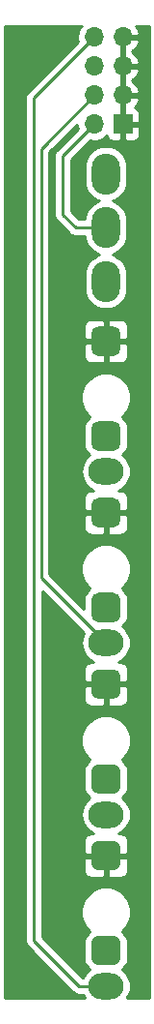
<source format=gbr>
%TF.GenerationSoftware,KiCad,Pcbnew,(5.1.12-1-10_14)*%
%TF.CreationDate,2021-12-28T18:28:33+00:00*%
%TF.ProjectId,pocket-operator-eurorack-connector-board,706f636b-6574-42d6-9f70-657261746f72,rev?*%
%TF.SameCoordinates,Original*%
%TF.FileFunction,Copper,L1,Top*%
%TF.FilePolarity,Positive*%
%FSLAX46Y46*%
G04 Gerber Fmt 4.6, Leading zero omitted, Abs format (unit mm)*
G04 Created by KiCad (PCBNEW (5.1.12-1-10_14)) date 2021-12-28 18:28:33*
%MOMM*%
%LPD*%
G01*
G04 APERTURE LIST*
%TA.AperFunction,ComponentPad*%
%ADD10O,2.500000X3.600000*%
%TD*%
%TA.AperFunction,ComponentPad*%
%ADD11O,3.100000X2.300000*%
%TD*%
%TA.AperFunction,ComponentPad*%
%ADD12R,1.700000X1.700000*%
%TD*%
%TA.AperFunction,ComponentPad*%
%ADD13O,1.700000X1.700000*%
%TD*%
%TA.AperFunction,ViaPad*%
%ADD14C,0.800000*%
%TD*%
%TA.AperFunction,Conductor*%
%ADD15C,0.250000*%
%TD*%
%TA.AperFunction,Conductor*%
%ADD16C,0.254000*%
%TD*%
%TA.AperFunction,Conductor*%
%ADD17C,0.100000*%
%TD*%
G04 APERTURE END LIST*
D10*
%TO.P,SW1,3*%
%TO.N,Net-(SW1-Pad3)*%
X0Y-29338000D03*
%TO.P,SW1,2*%
%TO.N,/IN_L*%
X0Y-24638000D03*
%TO.P,SW1,1*%
%TO.N,Net-(J2-PadS)*%
X0Y-19938000D03*
%TD*%
%TO.P,J5,TN*%
%TO.N,Net-(J5-PadTN)*%
%TA.AperFunction,ComponentPad*%
G36*
G01*
X-1300000Y-88530000D02*
X-1300000Y-87230000D01*
G75*
G02*
X-650000Y-86580000I650000J0D01*
G01*
X650000Y-86580000D01*
G75*
G02*
X1300000Y-87230000I0J-650000D01*
G01*
X1300000Y-88530000D01*
G75*
G02*
X650000Y-89180000I-650000J0D01*
G01*
X-650000Y-89180000D01*
G75*
G02*
X-1300000Y-88530000I0J650000D01*
G01*
G37*
%TD.AperFunction*%
D11*
%TO.P,J5,S*%
%TO.N,/OUT_R*%
X0Y-90980000D03*
%TO.P,J5,T*%
%TO.N,GND*%
%TA.AperFunction,ComponentPad*%
G36*
G01*
X-1300000Y-80230000D02*
X-1300000Y-78930000D01*
G75*
G02*
X-650000Y-78280000I650000J0D01*
G01*
X650000Y-78280000D01*
G75*
G02*
X1300000Y-78930000I0J-650000D01*
G01*
X1300000Y-80230000D01*
G75*
G02*
X650000Y-80880000I-650000J0D01*
G01*
X-650000Y-80880000D01*
G75*
G02*
X-1300000Y-80230000I0J650000D01*
G01*
G37*
%TD.AperFunction*%
%TD*%
%TO.P,J4,TN*%
%TO.N,Net-(J4-PadTN)*%
%TA.AperFunction,ComponentPad*%
G36*
G01*
X-1300000Y-73530000D02*
X-1300000Y-72230000D01*
G75*
G02*
X-650000Y-71580000I650000J0D01*
G01*
X650000Y-71580000D01*
G75*
G02*
X1300000Y-72230000I0J-650000D01*
G01*
X1300000Y-73530000D01*
G75*
G02*
X650000Y-74180000I-650000J0D01*
G01*
X-650000Y-74180000D01*
G75*
G02*
X-1300000Y-73530000I0J650000D01*
G01*
G37*
%TD.AperFunction*%
%TO.P,J4,S*%
%TO.N,/OUT_L*%
X0Y-75980000D03*
%TO.P,J4,T*%
%TO.N,GND*%
%TA.AperFunction,ComponentPad*%
G36*
G01*
X-1300000Y-65230000D02*
X-1300000Y-63930000D01*
G75*
G02*
X-650000Y-63280000I650000J0D01*
G01*
X650000Y-63280000D01*
G75*
G02*
X1300000Y-63930000I0J-650000D01*
G01*
X1300000Y-65230000D01*
G75*
G02*
X650000Y-65880000I-650000J0D01*
G01*
X-650000Y-65880000D01*
G75*
G02*
X-1300000Y-65230000I0J650000D01*
G01*
G37*
%TD.AperFunction*%
%TD*%
%TO.P,J3,TN*%
%TO.N,Net-(J3-PadTN)*%
%TA.AperFunction,ComponentPad*%
G36*
G01*
X-1300000Y-58530000D02*
X-1300000Y-57230000D01*
G75*
G02*
X-650000Y-56580000I650000J0D01*
G01*
X650000Y-56580000D01*
G75*
G02*
X1300000Y-57230000I0J-650000D01*
G01*
X1300000Y-58530000D01*
G75*
G02*
X650000Y-59180000I-650000J0D01*
G01*
X-650000Y-59180000D01*
G75*
G02*
X-1300000Y-58530000I0J650000D01*
G01*
G37*
%TD.AperFunction*%
%TO.P,J3,S*%
%TO.N,/IN_R*%
X0Y-60980000D03*
%TO.P,J3,T*%
%TO.N,GND*%
%TA.AperFunction,ComponentPad*%
G36*
G01*
X-1300000Y-50230000D02*
X-1300000Y-48930000D01*
G75*
G02*
X-650000Y-48280000I650000J0D01*
G01*
X650000Y-48280000D01*
G75*
G02*
X1300000Y-48930000I0J-650000D01*
G01*
X1300000Y-50230000D01*
G75*
G02*
X650000Y-50880000I-650000J0D01*
G01*
X-650000Y-50880000D01*
G75*
G02*
X-1300000Y-50230000I0J650000D01*
G01*
G37*
%TD.AperFunction*%
%TD*%
D12*
%TO.P,J1,1*%
%TO.N,GND*%
X1510000Y-15600000D03*
D13*
%TO.P,J1,2*%
%TO.N,/IN_L*%
X-1030000Y-15600000D03*
%TO.P,J1,3*%
%TO.N,GND*%
X1510000Y-13060000D03*
%TO.P,J1,4*%
%TO.N,/IN_R*%
X-1030000Y-13060000D03*
%TO.P,J1,5*%
%TO.N,GND*%
X1510000Y-10520000D03*
%TO.P,J1,6*%
%TO.N,/OUT_L*%
X-1030000Y-10520000D03*
%TO.P,J1,7*%
%TO.N,GND*%
X1510000Y-7980000D03*
%TO.P,J1,8*%
%TO.N,/OUT_R*%
X-1030000Y-7980000D03*
%TD*%
%TO.P,J2,T*%
%TO.N,GND*%
%TA.AperFunction,ComponentPad*%
G36*
G01*
X-1300000Y-35230000D02*
X-1300000Y-33930000D01*
G75*
G02*
X-650000Y-33280000I650000J0D01*
G01*
X650000Y-33280000D01*
G75*
G02*
X1300000Y-33930000I0J-650000D01*
G01*
X1300000Y-35230000D01*
G75*
G02*
X650000Y-35880000I-650000J0D01*
G01*
X-650000Y-35880000D01*
G75*
G02*
X-1300000Y-35230000I0J650000D01*
G01*
G37*
%TD.AperFunction*%
D11*
%TO.P,J2,S*%
%TO.N,Net-(J2-PadS)*%
X0Y-45980000D03*
%TO.P,J2,TN*%
%TO.N,Net-(J2-PadTN)*%
%TA.AperFunction,ComponentPad*%
G36*
G01*
X-1300000Y-43530000D02*
X-1300000Y-42230000D01*
G75*
G02*
X-650000Y-41580000I650000J0D01*
G01*
X650000Y-41580000D01*
G75*
G02*
X1300000Y-42230000I0J-650000D01*
G01*
X1300000Y-43530000D01*
G75*
G02*
X650000Y-44180000I-650000J0D01*
G01*
X-650000Y-44180000D01*
G75*
G02*
X-1300000Y-43530000I0J650000D01*
G01*
G37*
%TD.AperFunction*%
%TD*%
D14*
%TO.N,GND*%
X-7620000Y-8890000D03*
X-5080000Y-8890000D03*
X-7620000Y-11430000D03*
X-2540000Y-27940000D03*
X-6350000Y-90170000D03*
X-5080000Y-82550000D03*
X-8255000Y-81280000D03*
X-8255000Y-76835000D03*
X-8255000Y-70485000D03*
X-8255000Y-65405000D03*
X-8255000Y-59690000D03*
X-8255000Y-54610000D03*
X-8255000Y-50165000D03*
X-8255000Y-44450000D03*
X-8255000Y-39370000D03*
X-8255000Y-32385000D03*
X-8255000Y-26670000D03*
X-8255000Y-21590000D03*
X-8255000Y-16510000D03*
%TD*%
D15*
%TO.N,/IN_L*%
X-1030000Y-15600000D02*
X-3810000Y-18380000D01*
X-3810000Y-18380000D02*
X-3810000Y-23495000D01*
X-2667000Y-24638000D02*
X0Y-24638000D01*
X-3810000Y-23495000D02*
X-2667000Y-24638000D01*
%TO.N,/IN_R*%
X-1030000Y-13060000D02*
X-5715000Y-17745000D01*
X-5715000Y-55265000D02*
X0Y-60980000D01*
X-5715000Y-17745000D02*
X-5715000Y-55265000D01*
%TO.N,/OUT_R*%
X-6350000Y-86995000D02*
X-2365000Y-90980000D01*
X-6350000Y-13300000D02*
X-6350000Y-86995000D01*
X-2365000Y-90980000D02*
X0Y-90980000D01*
X-1030000Y-7980000D02*
X-6350000Y-13300000D01*
%TD*%
D16*
%TO.N,GND*%
X3785001Y-92050000D02*
X1831027Y-92050000D01*
X1891354Y-91976491D01*
X2057104Y-91666395D01*
X2159172Y-91329921D01*
X2193636Y-90980000D01*
X2159172Y-90630079D01*
X2057104Y-90293605D01*
X1891354Y-89983509D01*
X1668292Y-89711708D01*
X1449500Y-89532149D01*
X1560804Y-89440804D01*
X1720993Y-89245614D01*
X1840023Y-89022924D01*
X1913322Y-88781290D01*
X1938072Y-88530000D01*
X1938072Y-87230000D01*
X1913322Y-86978710D01*
X1840023Y-86737076D01*
X1720993Y-86514386D01*
X1560804Y-86319196D01*
X1408003Y-86193795D01*
X1703649Y-85898149D01*
X1943680Y-85538918D01*
X2109015Y-85139763D01*
X2193303Y-84716021D01*
X2193303Y-84283979D01*
X2109015Y-83860237D01*
X1943680Y-83461082D01*
X1703649Y-83101851D01*
X1398149Y-82796351D01*
X1038918Y-82556320D01*
X639763Y-82390985D01*
X216021Y-82306697D01*
X-216021Y-82306697D01*
X-639763Y-82390985D01*
X-1038918Y-82556320D01*
X-1398149Y-82796351D01*
X-1703649Y-83101851D01*
X-1943680Y-83461082D01*
X-2109015Y-83860237D01*
X-2193303Y-84283979D01*
X-2193303Y-84716021D01*
X-2109015Y-85139763D01*
X-1943680Y-85538918D01*
X-1703649Y-85898149D01*
X-1408003Y-86193795D01*
X-1560804Y-86319196D01*
X-1720993Y-86514386D01*
X-1840023Y-86737076D01*
X-1913322Y-86978710D01*
X-1938072Y-87230000D01*
X-1938072Y-88530000D01*
X-1913322Y-88781290D01*
X-1840023Y-89022924D01*
X-1720993Y-89245614D01*
X-1560804Y-89440804D01*
X-1449500Y-89532149D01*
X-1668292Y-89711708D01*
X-1891354Y-89983509D01*
X-2017761Y-90220000D01*
X-2050198Y-90220000D01*
X-5590000Y-86680199D01*
X-5590000Y-80880000D01*
X-1938072Y-80880000D01*
X-1925812Y-81004482D01*
X-1889502Y-81124180D01*
X-1830537Y-81234494D01*
X-1751185Y-81331185D01*
X-1654494Y-81410537D01*
X-1544180Y-81469502D01*
X-1424482Y-81505812D01*
X-1300000Y-81518072D01*
X-285750Y-81515000D01*
X-127000Y-81356250D01*
X-127000Y-79707000D01*
X127000Y-79707000D01*
X127000Y-81356250D01*
X285750Y-81515000D01*
X1300000Y-81518072D01*
X1424482Y-81505812D01*
X1544180Y-81469502D01*
X1654494Y-81410537D01*
X1751185Y-81331185D01*
X1830537Y-81234494D01*
X1889502Y-81124180D01*
X1925812Y-81004482D01*
X1938072Y-80880000D01*
X1935000Y-79865750D01*
X1776250Y-79707000D01*
X127000Y-79707000D01*
X-127000Y-79707000D01*
X-1776250Y-79707000D01*
X-1935000Y-79865750D01*
X-1938072Y-80880000D01*
X-5590000Y-80880000D01*
X-5590000Y-75980000D01*
X-2193636Y-75980000D01*
X-2159172Y-76329921D01*
X-2057104Y-76666395D01*
X-1891354Y-76976491D01*
X-1668292Y-77248292D01*
X-1396491Y-77471354D01*
X-1086395Y-77637104D01*
X-1068178Y-77642630D01*
X-1300000Y-77641928D01*
X-1424482Y-77654188D01*
X-1544180Y-77690498D01*
X-1654494Y-77749463D01*
X-1751185Y-77828815D01*
X-1830537Y-77925506D01*
X-1889502Y-78035820D01*
X-1925812Y-78155518D01*
X-1938072Y-78280000D01*
X-1935000Y-79294250D01*
X-1776250Y-79453000D01*
X-127000Y-79453000D01*
X-127000Y-79433000D01*
X127000Y-79433000D01*
X127000Y-79453000D01*
X1776250Y-79453000D01*
X1935000Y-79294250D01*
X1938072Y-78280000D01*
X1925812Y-78155518D01*
X1889502Y-78035820D01*
X1830537Y-77925506D01*
X1751185Y-77828815D01*
X1654494Y-77749463D01*
X1544180Y-77690498D01*
X1424482Y-77654188D01*
X1300000Y-77641928D01*
X1068178Y-77642630D01*
X1086395Y-77637104D01*
X1396491Y-77471354D01*
X1668292Y-77248292D01*
X1891354Y-76976491D01*
X2057104Y-76666395D01*
X2159172Y-76329921D01*
X2193636Y-75980000D01*
X2159172Y-75630079D01*
X2057104Y-75293605D01*
X1891354Y-74983509D01*
X1668292Y-74711708D01*
X1449500Y-74532149D01*
X1560804Y-74440804D01*
X1720993Y-74245614D01*
X1840023Y-74022924D01*
X1913322Y-73781290D01*
X1938072Y-73530000D01*
X1938072Y-72230000D01*
X1913322Y-71978710D01*
X1840023Y-71737076D01*
X1720993Y-71514386D01*
X1560804Y-71319196D01*
X1408003Y-71193795D01*
X1703649Y-70898149D01*
X1943680Y-70538918D01*
X2109015Y-70139763D01*
X2193303Y-69716021D01*
X2193303Y-69283979D01*
X2109015Y-68860237D01*
X1943680Y-68461082D01*
X1703649Y-68101851D01*
X1398149Y-67796351D01*
X1038918Y-67556320D01*
X639763Y-67390985D01*
X216021Y-67306697D01*
X-216021Y-67306697D01*
X-639763Y-67390985D01*
X-1038918Y-67556320D01*
X-1398149Y-67796351D01*
X-1703649Y-68101851D01*
X-1943680Y-68461082D01*
X-2109015Y-68860237D01*
X-2193303Y-69283979D01*
X-2193303Y-69716021D01*
X-2109015Y-70139763D01*
X-1943680Y-70538918D01*
X-1703649Y-70898149D01*
X-1408003Y-71193795D01*
X-1560804Y-71319196D01*
X-1720993Y-71514386D01*
X-1840023Y-71737076D01*
X-1913322Y-71978710D01*
X-1938072Y-72230000D01*
X-1938072Y-73530000D01*
X-1913322Y-73781290D01*
X-1840023Y-74022924D01*
X-1720993Y-74245614D01*
X-1560804Y-74440804D01*
X-1449500Y-74532149D01*
X-1668292Y-74711708D01*
X-1891354Y-74983509D01*
X-2057104Y-75293605D01*
X-2159172Y-75630079D01*
X-2193636Y-75980000D01*
X-5590000Y-75980000D01*
X-5590000Y-65880000D01*
X-1938072Y-65880000D01*
X-1925812Y-66004482D01*
X-1889502Y-66124180D01*
X-1830537Y-66234494D01*
X-1751185Y-66331185D01*
X-1654494Y-66410537D01*
X-1544180Y-66469502D01*
X-1424482Y-66505812D01*
X-1300000Y-66518072D01*
X-285750Y-66515000D01*
X-127000Y-66356250D01*
X-127000Y-64707000D01*
X127000Y-64707000D01*
X127000Y-66356250D01*
X285750Y-66515000D01*
X1300000Y-66518072D01*
X1424482Y-66505812D01*
X1544180Y-66469502D01*
X1654494Y-66410537D01*
X1751185Y-66331185D01*
X1830537Y-66234494D01*
X1889502Y-66124180D01*
X1925812Y-66004482D01*
X1938072Y-65880000D01*
X1935000Y-64865750D01*
X1776250Y-64707000D01*
X127000Y-64707000D01*
X-127000Y-64707000D01*
X-1776250Y-64707000D01*
X-1935000Y-64865750D01*
X-1938072Y-65880000D01*
X-5590000Y-65880000D01*
X-5590000Y-56464801D01*
X-1954032Y-60100770D01*
X-2057104Y-60293605D01*
X-2159172Y-60630079D01*
X-2193636Y-60980000D01*
X-2159172Y-61329921D01*
X-2057104Y-61666395D01*
X-1891354Y-61976491D01*
X-1668292Y-62248292D01*
X-1396491Y-62471354D01*
X-1086395Y-62637104D01*
X-1068178Y-62642630D01*
X-1300000Y-62641928D01*
X-1424482Y-62654188D01*
X-1544180Y-62690498D01*
X-1654494Y-62749463D01*
X-1751185Y-62828815D01*
X-1830537Y-62925506D01*
X-1889502Y-63035820D01*
X-1925812Y-63155518D01*
X-1938072Y-63280000D01*
X-1935000Y-64294250D01*
X-1776250Y-64453000D01*
X-127000Y-64453000D01*
X-127000Y-64433000D01*
X127000Y-64433000D01*
X127000Y-64453000D01*
X1776250Y-64453000D01*
X1935000Y-64294250D01*
X1938072Y-63280000D01*
X1925812Y-63155518D01*
X1889502Y-63035820D01*
X1830537Y-62925506D01*
X1751185Y-62828815D01*
X1654494Y-62749463D01*
X1544180Y-62690498D01*
X1424482Y-62654188D01*
X1300000Y-62641928D01*
X1068178Y-62642630D01*
X1086395Y-62637104D01*
X1396491Y-62471354D01*
X1668292Y-62248292D01*
X1891354Y-61976491D01*
X2057104Y-61666395D01*
X2159172Y-61329921D01*
X2193636Y-60980000D01*
X2159172Y-60630079D01*
X2057104Y-60293605D01*
X1891354Y-59983509D01*
X1668292Y-59711708D01*
X1449500Y-59532149D01*
X1560804Y-59440804D01*
X1720993Y-59245614D01*
X1840023Y-59022924D01*
X1913322Y-58781290D01*
X1938072Y-58530000D01*
X1938072Y-57230000D01*
X1913322Y-56978710D01*
X1840023Y-56737076D01*
X1720993Y-56514386D01*
X1560804Y-56319196D01*
X1408003Y-56193795D01*
X1703649Y-55898149D01*
X1943680Y-55538918D01*
X2109015Y-55139763D01*
X2193303Y-54716021D01*
X2193303Y-54283979D01*
X2109015Y-53860237D01*
X1943680Y-53461082D01*
X1703649Y-53101851D01*
X1398149Y-52796351D01*
X1038918Y-52556320D01*
X639763Y-52390985D01*
X216021Y-52306697D01*
X-216021Y-52306697D01*
X-639763Y-52390985D01*
X-1038918Y-52556320D01*
X-1398149Y-52796351D01*
X-1703649Y-53101851D01*
X-1943680Y-53461082D01*
X-2109015Y-53860237D01*
X-2193303Y-54283979D01*
X-2193303Y-54716021D01*
X-2109015Y-55139763D01*
X-1943680Y-55538918D01*
X-1703649Y-55898149D01*
X-1408003Y-56193795D01*
X-1560804Y-56319196D01*
X-1720993Y-56514386D01*
X-1840023Y-56737076D01*
X-1913322Y-56978710D01*
X-1938072Y-57230000D01*
X-1938072Y-57967126D01*
X-4955000Y-54950199D01*
X-4955000Y-50880000D01*
X-1938072Y-50880000D01*
X-1925812Y-51004482D01*
X-1889502Y-51124180D01*
X-1830537Y-51234494D01*
X-1751185Y-51331185D01*
X-1654494Y-51410537D01*
X-1544180Y-51469502D01*
X-1424482Y-51505812D01*
X-1300000Y-51518072D01*
X-285750Y-51515000D01*
X-127000Y-51356250D01*
X-127000Y-49707000D01*
X127000Y-49707000D01*
X127000Y-51356250D01*
X285750Y-51515000D01*
X1300000Y-51518072D01*
X1424482Y-51505812D01*
X1544180Y-51469502D01*
X1654494Y-51410537D01*
X1751185Y-51331185D01*
X1830537Y-51234494D01*
X1889502Y-51124180D01*
X1925812Y-51004482D01*
X1938072Y-50880000D01*
X1935000Y-49865750D01*
X1776250Y-49707000D01*
X127000Y-49707000D01*
X-127000Y-49707000D01*
X-1776250Y-49707000D01*
X-1935000Y-49865750D01*
X-1938072Y-50880000D01*
X-4955000Y-50880000D01*
X-4955000Y-45980000D01*
X-2193636Y-45980000D01*
X-2159172Y-46329921D01*
X-2057104Y-46666395D01*
X-1891354Y-46976491D01*
X-1668292Y-47248292D01*
X-1396491Y-47471354D01*
X-1086395Y-47637104D01*
X-1068178Y-47642630D01*
X-1300000Y-47641928D01*
X-1424482Y-47654188D01*
X-1544180Y-47690498D01*
X-1654494Y-47749463D01*
X-1751185Y-47828815D01*
X-1830537Y-47925506D01*
X-1889502Y-48035820D01*
X-1925812Y-48155518D01*
X-1938072Y-48280000D01*
X-1935000Y-49294250D01*
X-1776250Y-49453000D01*
X-127000Y-49453000D01*
X-127000Y-49433000D01*
X127000Y-49433000D01*
X127000Y-49453000D01*
X1776250Y-49453000D01*
X1935000Y-49294250D01*
X1938072Y-48280000D01*
X1925812Y-48155518D01*
X1889502Y-48035820D01*
X1830537Y-47925506D01*
X1751185Y-47828815D01*
X1654494Y-47749463D01*
X1544180Y-47690498D01*
X1424482Y-47654188D01*
X1300000Y-47641928D01*
X1068178Y-47642630D01*
X1086395Y-47637104D01*
X1396491Y-47471354D01*
X1668292Y-47248292D01*
X1891354Y-46976491D01*
X2057104Y-46666395D01*
X2159172Y-46329921D01*
X2193636Y-45980000D01*
X2159172Y-45630079D01*
X2057104Y-45293605D01*
X1891354Y-44983509D01*
X1668292Y-44711708D01*
X1449500Y-44532149D01*
X1560804Y-44440804D01*
X1720993Y-44245614D01*
X1840023Y-44022924D01*
X1913322Y-43781290D01*
X1938072Y-43530000D01*
X1938072Y-42230000D01*
X1913322Y-41978710D01*
X1840023Y-41737076D01*
X1720993Y-41514386D01*
X1560804Y-41319196D01*
X1408003Y-41193795D01*
X1703649Y-40898149D01*
X1943680Y-40538918D01*
X2109015Y-40139763D01*
X2193303Y-39716021D01*
X2193303Y-39283979D01*
X2109015Y-38860237D01*
X1943680Y-38461082D01*
X1703649Y-38101851D01*
X1398149Y-37796351D01*
X1038918Y-37556320D01*
X639763Y-37390985D01*
X216021Y-37306697D01*
X-216021Y-37306697D01*
X-639763Y-37390985D01*
X-1038918Y-37556320D01*
X-1398149Y-37796351D01*
X-1703649Y-38101851D01*
X-1943680Y-38461082D01*
X-2109015Y-38860237D01*
X-2193303Y-39283979D01*
X-2193303Y-39716021D01*
X-2109015Y-40139763D01*
X-1943680Y-40538918D01*
X-1703649Y-40898149D01*
X-1408003Y-41193795D01*
X-1560804Y-41319196D01*
X-1720993Y-41514386D01*
X-1840023Y-41737076D01*
X-1913322Y-41978710D01*
X-1938072Y-42230000D01*
X-1938072Y-43530000D01*
X-1913322Y-43781290D01*
X-1840023Y-44022924D01*
X-1720993Y-44245614D01*
X-1560804Y-44440804D01*
X-1449500Y-44532149D01*
X-1668292Y-44711708D01*
X-1891354Y-44983509D01*
X-2057104Y-45293605D01*
X-2159172Y-45630079D01*
X-2193636Y-45980000D01*
X-4955000Y-45980000D01*
X-4955000Y-35880000D01*
X-1938072Y-35880000D01*
X-1925812Y-36004482D01*
X-1889502Y-36124180D01*
X-1830537Y-36234494D01*
X-1751185Y-36331185D01*
X-1654494Y-36410537D01*
X-1544180Y-36469502D01*
X-1424482Y-36505812D01*
X-1300000Y-36518072D01*
X-285750Y-36515000D01*
X-127000Y-36356250D01*
X-127000Y-34707000D01*
X127000Y-34707000D01*
X127000Y-36356250D01*
X285750Y-36515000D01*
X1300000Y-36518072D01*
X1424482Y-36505812D01*
X1544180Y-36469502D01*
X1654494Y-36410537D01*
X1751185Y-36331185D01*
X1830537Y-36234494D01*
X1889502Y-36124180D01*
X1925812Y-36004482D01*
X1938072Y-35880000D01*
X1935000Y-34865750D01*
X1776250Y-34707000D01*
X127000Y-34707000D01*
X-127000Y-34707000D01*
X-1776250Y-34707000D01*
X-1935000Y-34865750D01*
X-1938072Y-35880000D01*
X-4955000Y-35880000D01*
X-4955000Y-33280000D01*
X-1938072Y-33280000D01*
X-1935000Y-34294250D01*
X-1776250Y-34453000D01*
X-127000Y-34453000D01*
X-127000Y-32803750D01*
X127000Y-32803750D01*
X127000Y-34453000D01*
X1776250Y-34453000D01*
X1935000Y-34294250D01*
X1938072Y-33280000D01*
X1925812Y-33155518D01*
X1889502Y-33035820D01*
X1830537Y-32925506D01*
X1751185Y-32828815D01*
X1654494Y-32749463D01*
X1544180Y-32690498D01*
X1424482Y-32654188D01*
X1300000Y-32641928D01*
X285750Y-32645000D01*
X127000Y-32803750D01*
X-127000Y-32803750D01*
X-285750Y-32645000D01*
X-1300000Y-32641928D01*
X-1424482Y-32654188D01*
X-1544180Y-32690498D01*
X-1654494Y-32749463D01*
X-1751185Y-32828815D01*
X-1830537Y-32925506D01*
X-1889502Y-33035820D01*
X-1925812Y-33155518D01*
X-1938072Y-33280000D01*
X-4955000Y-33280000D01*
X-4955000Y-18059801D01*
X-2515000Y-15619802D01*
X-2515000Y-15746260D01*
X-2471210Y-15966408D01*
X-4320997Y-17816196D01*
X-4350001Y-17839999D01*
X-4394306Y-17893985D01*
X-4444974Y-17955724D01*
X-4488549Y-18037246D01*
X-4515546Y-18087754D01*
X-4559003Y-18231015D01*
X-4570000Y-18342668D01*
X-4570000Y-18342678D01*
X-4573676Y-18380000D01*
X-4570000Y-18417323D01*
X-4569999Y-23457668D01*
X-4573676Y-23495000D01*
X-4559002Y-23643985D01*
X-4515546Y-23787246D01*
X-4444974Y-23919276D01*
X-4376241Y-24003026D01*
X-4350000Y-24035001D01*
X-4321002Y-24058799D01*
X-3230799Y-25149003D01*
X-3207001Y-25178001D01*
X-3178003Y-25201799D01*
X-3091277Y-25272974D01*
X-3077015Y-25280597D01*
X-2959247Y-25343546D01*
X-2815986Y-25387003D01*
X-2704333Y-25398000D01*
X-2704324Y-25398000D01*
X-2667001Y-25401676D01*
X-2629678Y-25398000D01*
X-1873437Y-25398000D01*
X-1857725Y-25557524D01*
X-1749939Y-25912848D01*
X-1574902Y-26240317D01*
X-1339344Y-26527345D01*
X-1052316Y-26762903D01*
X-724847Y-26937939D01*
X-559818Y-26988000D01*
X-724848Y-27038061D01*
X-1052317Y-27213097D01*
X-1339345Y-27448655D01*
X-1574903Y-27735683D01*
X-1749939Y-28063153D01*
X-1857725Y-28418477D01*
X-1885000Y-28695404D01*
X-1885000Y-29980597D01*
X-1857725Y-30257524D01*
X-1749939Y-30612848D01*
X-1574902Y-30940317D01*
X-1339344Y-31227345D01*
X-1052316Y-31462903D01*
X-724847Y-31637939D01*
X-369523Y-31745725D01*
X0Y-31782120D01*
X369524Y-31745725D01*
X724848Y-31637939D01*
X1052317Y-31462903D01*
X1339345Y-31227345D01*
X1574903Y-30940317D01*
X1749939Y-30612848D01*
X1857725Y-30257524D01*
X1885000Y-29980597D01*
X1885000Y-28695403D01*
X1857725Y-28418476D01*
X1749939Y-28063152D01*
X1574903Y-27735683D01*
X1339345Y-27448655D01*
X1052317Y-27213097D01*
X724847Y-27038061D01*
X559818Y-26988000D01*
X724848Y-26937939D01*
X1052317Y-26762903D01*
X1339345Y-26527345D01*
X1574903Y-26240317D01*
X1749939Y-25912848D01*
X1857725Y-25557524D01*
X1885000Y-25280597D01*
X1885000Y-23995403D01*
X1857725Y-23718476D01*
X1749939Y-23363152D01*
X1574903Y-23035683D01*
X1339345Y-22748655D01*
X1052317Y-22513097D01*
X724847Y-22338061D01*
X559818Y-22288000D01*
X724848Y-22237939D01*
X1052317Y-22062903D01*
X1339345Y-21827345D01*
X1574903Y-21540317D01*
X1749939Y-21212848D01*
X1857725Y-20857524D01*
X1885000Y-20580597D01*
X1885000Y-19295403D01*
X1857725Y-19018476D01*
X1749939Y-18663152D01*
X1574903Y-18335683D01*
X1339345Y-18048655D01*
X1052317Y-17813097D01*
X724847Y-17638061D01*
X369523Y-17530275D01*
X0Y-17493880D01*
X-369524Y-17530275D01*
X-724848Y-17638061D01*
X-1052317Y-17813097D01*
X-1339345Y-18048655D01*
X-1574903Y-18335683D01*
X-1749939Y-18663153D01*
X-1857725Y-19018477D01*
X-1885000Y-19295404D01*
X-1885000Y-20580597D01*
X-1857725Y-20857524D01*
X-1749939Y-21212848D01*
X-1574902Y-21540317D01*
X-1339344Y-21827345D01*
X-1052316Y-22062903D01*
X-724847Y-22237939D01*
X-559818Y-22288000D01*
X-724848Y-22338061D01*
X-1052317Y-22513097D01*
X-1339345Y-22748655D01*
X-1574903Y-23035683D01*
X-1749939Y-23363153D01*
X-1857725Y-23718477D01*
X-1873437Y-23878000D01*
X-2352198Y-23878000D01*
X-3050000Y-23180199D01*
X-3050000Y-18694801D01*
X-1396408Y-17041210D01*
X-1176260Y-17085000D01*
X-883740Y-17085000D01*
X-596842Y-17027932D01*
X-326589Y-16915990D01*
X-83368Y-16753475D01*
X48487Y-16621620D01*
X70498Y-16694180D01*
X129463Y-16804494D01*
X208815Y-16901185D01*
X305506Y-16980537D01*
X415820Y-17039502D01*
X535518Y-17075812D01*
X660000Y-17088072D01*
X1224250Y-17085000D01*
X1383000Y-16926250D01*
X1383000Y-15727000D01*
X1637000Y-15727000D01*
X1637000Y-16926250D01*
X1795750Y-17085000D01*
X2360000Y-17088072D01*
X2484482Y-17075812D01*
X2604180Y-17039502D01*
X2714494Y-16980537D01*
X2811185Y-16901185D01*
X2890537Y-16804494D01*
X2949502Y-16694180D01*
X2985812Y-16574482D01*
X2998072Y-16450000D01*
X2995000Y-15885750D01*
X2836250Y-15727000D01*
X1637000Y-15727000D01*
X1383000Y-15727000D01*
X1363000Y-15727000D01*
X1363000Y-15473000D01*
X1383000Y-15473000D01*
X1383000Y-13187000D01*
X1637000Y-13187000D01*
X1637000Y-15473000D01*
X2836250Y-15473000D01*
X2995000Y-15314250D01*
X2998072Y-14750000D01*
X2985812Y-14625518D01*
X2949502Y-14505820D01*
X2890537Y-14395506D01*
X2811185Y-14298815D01*
X2714494Y-14219463D01*
X2604180Y-14160498D01*
X2523534Y-14136034D01*
X2607588Y-14060269D01*
X2781641Y-13826920D01*
X2906825Y-13564099D01*
X2951476Y-13416890D01*
X2830155Y-13187000D01*
X1637000Y-13187000D01*
X1383000Y-13187000D01*
X1363000Y-13187000D01*
X1363000Y-12933000D01*
X1383000Y-12933000D01*
X1383000Y-10647000D01*
X1637000Y-10647000D01*
X1637000Y-12933000D01*
X2830155Y-12933000D01*
X2951476Y-12703110D01*
X2906825Y-12555901D01*
X2781641Y-12293080D01*
X2607588Y-12059731D01*
X2391355Y-11864822D01*
X2265745Y-11790000D01*
X2391355Y-11715178D01*
X2607588Y-11520269D01*
X2781641Y-11286920D01*
X2906825Y-11024099D01*
X2951476Y-10876890D01*
X2830155Y-10647000D01*
X1637000Y-10647000D01*
X1383000Y-10647000D01*
X1363000Y-10647000D01*
X1363000Y-10393000D01*
X1383000Y-10393000D01*
X1383000Y-8107000D01*
X1637000Y-8107000D01*
X1637000Y-10393000D01*
X2830155Y-10393000D01*
X2951476Y-10163110D01*
X2906825Y-10015901D01*
X2781641Y-9753080D01*
X2607588Y-9519731D01*
X2391355Y-9324822D01*
X2265745Y-9250000D01*
X2391355Y-9175178D01*
X2607588Y-8980269D01*
X2781641Y-8746920D01*
X2906825Y-8484099D01*
X2951476Y-8336890D01*
X2830155Y-8107000D01*
X1637000Y-8107000D01*
X1383000Y-8107000D01*
X1363000Y-8107000D01*
X1363000Y-7853000D01*
X1383000Y-7853000D01*
X1383000Y-7833000D01*
X1637000Y-7833000D01*
X1637000Y-7853000D01*
X2830155Y-7853000D01*
X2951476Y-7623110D01*
X2906825Y-7475901D01*
X2781641Y-7213080D01*
X2630165Y-7010000D01*
X3785000Y-7010000D01*
X3785001Y-92050000D01*
%TA.AperFunction,Conductor*%
D17*
G36*
X3785001Y-92050000D02*
G01*
X1831027Y-92050000D01*
X1891354Y-91976491D01*
X2057104Y-91666395D01*
X2159172Y-91329921D01*
X2193636Y-90980000D01*
X2159172Y-90630079D01*
X2057104Y-90293605D01*
X1891354Y-89983509D01*
X1668292Y-89711708D01*
X1449500Y-89532149D01*
X1560804Y-89440804D01*
X1720993Y-89245614D01*
X1840023Y-89022924D01*
X1913322Y-88781290D01*
X1938072Y-88530000D01*
X1938072Y-87230000D01*
X1913322Y-86978710D01*
X1840023Y-86737076D01*
X1720993Y-86514386D01*
X1560804Y-86319196D01*
X1408003Y-86193795D01*
X1703649Y-85898149D01*
X1943680Y-85538918D01*
X2109015Y-85139763D01*
X2193303Y-84716021D01*
X2193303Y-84283979D01*
X2109015Y-83860237D01*
X1943680Y-83461082D01*
X1703649Y-83101851D01*
X1398149Y-82796351D01*
X1038918Y-82556320D01*
X639763Y-82390985D01*
X216021Y-82306697D01*
X-216021Y-82306697D01*
X-639763Y-82390985D01*
X-1038918Y-82556320D01*
X-1398149Y-82796351D01*
X-1703649Y-83101851D01*
X-1943680Y-83461082D01*
X-2109015Y-83860237D01*
X-2193303Y-84283979D01*
X-2193303Y-84716021D01*
X-2109015Y-85139763D01*
X-1943680Y-85538918D01*
X-1703649Y-85898149D01*
X-1408003Y-86193795D01*
X-1560804Y-86319196D01*
X-1720993Y-86514386D01*
X-1840023Y-86737076D01*
X-1913322Y-86978710D01*
X-1938072Y-87230000D01*
X-1938072Y-88530000D01*
X-1913322Y-88781290D01*
X-1840023Y-89022924D01*
X-1720993Y-89245614D01*
X-1560804Y-89440804D01*
X-1449500Y-89532149D01*
X-1668292Y-89711708D01*
X-1891354Y-89983509D01*
X-2017761Y-90220000D01*
X-2050198Y-90220000D01*
X-5590000Y-86680199D01*
X-5590000Y-80880000D01*
X-1938072Y-80880000D01*
X-1925812Y-81004482D01*
X-1889502Y-81124180D01*
X-1830537Y-81234494D01*
X-1751185Y-81331185D01*
X-1654494Y-81410537D01*
X-1544180Y-81469502D01*
X-1424482Y-81505812D01*
X-1300000Y-81518072D01*
X-285750Y-81515000D01*
X-127000Y-81356250D01*
X-127000Y-79707000D01*
X127000Y-79707000D01*
X127000Y-81356250D01*
X285750Y-81515000D01*
X1300000Y-81518072D01*
X1424482Y-81505812D01*
X1544180Y-81469502D01*
X1654494Y-81410537D01*
X1751185Y-81331185D01*
X1830537Y-81234494D01*
X1889502Y-81124180D01*
X1925812Y-81004482D01*
X1938072Y-80880000D01*
X1935000Y-79865750D01*
X1776250Y-79707000D01*
X127000Y-79707000D01*
X-127000Y-79707000D01*
X-1776250Y-79707000D01*
X-1935000Y-79865750D01*
X-1938072Y-80880000D01*
X-5590000Y-80880000D01*
X-5590000Y-75980000D01*
X-2193636Y-75980000D01*
X-2159172Y-76329921D01*
X-2057104Y-76666395D01*
X-1891354Y-76976491D01*
X-1668292Y-77248292D01*
X-1396491Y-77471354D01*
X-1086395Y-77637104D01*
X-1068178Y-77642630D01*
X-1300000Y-77641928D01*
X-1424482Y-77654188D01*
X-1544180Y-77690498D01*
X-1654494Y-77749463D01*
X-1751185Y-77828815D01*
X-1830537Y-77925506D01*
X-1889502Y-78035820D01*
X-1925812Y-78155518D01*
X-1938072Y-78280000D01*
X-1935000Y-79294250D01*
X-1776250Y-79453000D01*
X-127000Y-79453000D01*
X-127000Y-79433000D01*
X127000Y-79433000D01*
X127000Y-79453000D01*
X1776250Y-79453000D01*
X1935000Y-79294250D01*
X1938072Y-78280000D01*
X1925812Y-78155518D01*
X1889502Y-78035820D01*
X1830537Y-77925506D01*
X1751185Y-77828815D01*
X1654494Y-77749463D01*
X1544180Y-77690498D01*
X1424482Y-77654188D01*
X1300000Y-77641928D01*
X1068178Y-77642630D01*
X1086395Y-77637104D01*
X1396491Y-77471354D01*
X1668292Y-77248292D01*
X1891354Y-76976491D01*
X2057104Y-76666395D01*
X2159172Y-76329921D01*
X2193636Y-75980000D01*
X2159172Y-75630079D01*
X2057104Y-75293605D01*
X1891354Y-74983509D01*
X1668292Y-74711708D01*
X1449500Y-74532149D01*
X1560804Y-74440804D01*
X1720993Y-74245614D01*
X1840023Y-74022924D01*
X1913322Y-73781290D01*
X1938072Y-73530000D01*
X1938072Y-72230000D01*
X1913322Y-71978710D01*
X1840023Y-71737076D01*
X1720993Y-71514386D01*
X1560804Y-71319196D01*
X1408003Y-71193795D01*
X1703649Y-70898149D01*
X1943680Y-70538918D01*
X2109015Y-70139763D01*
X2193303Y-69716021D01*
X2193303Y-69283979D01*
X2109015Y-68860237D01*
X1943680Y-68461082D01*
X1703649Y-68101851D01*
X1398149Y-67796351D01*
X1038918Y-67556320D01*
X639763Y-67390985D01*
X216021Y-67306697D01*
X-216021Y-67306697D01*
X-639763Y-67390985D01*
X-1038918Y-67556320D01*
X-1398149Y-67796351D01*
X-1703649Y-68101851D01*
X-1943680Y-68461082D01*
X-2109015Y-68860237D01*
X-2193303Y-69283979D01*
X-2193303Y-69716021D01*
X-2109015Y-70139763D01*
X-1943680Y-70538918D01*
X-1703649Y-70898149D01*
X-1408003Y-71193795D01*
X-1560804Y-71319196D01*
X-1720993Y-71514386D01*
X-1840023Y-71737076D01*
X-1913322Y-71978710D01*
X-1938072Y-72230000D01*
X-1938072Y-73530000D01*
X-1913322Y-73781290D01*
X-1840023Y-74022924D01*
X-1720993Y-74245614D01*
X-1560804Y-74440804D01*
X-1449500Y-74532149D01*
X-1668292Y-74711708D01*
X-1891354Y-74983509D01*
X-2057104Y-75293605D01*
X-2159172Y-75630079D01*
X-2193636Y-75980000D01*
X-5590000Y-75980000D01*
X-5590000Y-65880000D01*
X-1938072Y-65880000D01*
X-1925812Y-66004482D01*
X-1889502Y-66124180D01*
X-1830537Y-66234494D01*
X-1751185Y-66331185D01*
X-1654494Y-66410537D01*
X-1544180Y-66469502D01*
X-1424482Y-66505812D01*
X-1300000Y-66518072D01*
X-285750Y-66515000D01*
X-127000Y-66356250D01*
X-127000Y-64707000D01*
X127000Y-64707000D01*
X127000Y-66356250D01*
X285750Y-66515000D01*
X1300000Y-66518072D01*
X1424482Y-66505812D01*
X1544180Y-66469502D01*
X1654494Y-66410537D01*
X1751185Y-66331185D01*
X1830537Y-66234494D01*
X1889502Y-66124180D01*
X1925812Y-66004482D01*
X1938072Y-65880000D01*
X1935000Y-64865750D01*
X1776250Y-64707000D01*
X127000Y-64707000D01*
X-127000Y-64707000D01*
X-1776250Y-64707000D01*
X-1935000Y-64865750D01*
X-1938072Y-65880000D01*
X-5590000Y-65880000D01*
X-5590000Y-56464801D01*
X-1954032Y-60100770D01*
X-2057104Y-60293605D01*
X-2159172Y-60630079D01*
X-2193636Y-60980000D01*
X-2159172Y-61329921D01*
X-2057104Y-61666395D01*
X-1891354Y-61976491D01*
X-1668292Y-62248292D01*
X-1396491Y-62471354D01*
X-1086395Y-62637104D01*
X-1068178Y-62642630D01*
X-1300000Y-62641928D01*
X-1424482Y-62654188D01*
X-1544180Y-62690498D01*
X-1654494Y-62749463D01*
X-1751185Y-62828815D01*
X-1830537Y-62925506D01*
X-1889502Y-63035820D01*
X-1925812Y-63155518D01*
X-1938072Y-63280000D01*
X-1935000Y-64294250D01*
X-1776250Y-64453000D01*
X-127000Y-64453000D01*
X-127000Y-64433000D01*
X127000Y-64433000D01*
X127000Y-64453000D01*
X1776250Y-64453000D01*
X1935000Y-64294250D01*
X1938072Y-63280000D01*
X1925812Y-63155518D01*
X1889502Y-63035820D01*
X1830537Y-62925506D01*
X1751185Y-62828815D01*
X1654494Y-62749463D01*
X1544180Y-62690498D01*
X1424482Y-62654188D01*
X1300000Y-62641928D01*
X1068178Y-62642630D01*
X1086395Y-62637104D01*
X1396491Y-62471354D01*
X1668292Y-62248292D01*
X1891354Y-61976491D01*
X2057104Y-61666395D01*
X2159172Y-61329921D01*
X2193636Y-60980000D01*
X2159172Y-60630079D01*
X2057104Y-60293605D01*
X1891354Y-59983509D01*
X1668292Y-59711708D01*
X1449500Y-59532149D01*
X1560804Y-59440804D01*
X1720993Y-59245614D01*
X1840023Y-59022924D01*
X1913322Y-58781290D01*
X1938072Y-58530000D01*
X1938072Y-57230000D01*
X1913322Y-56978710D01*
X1840023Y-56737076D01*
X1720993Y-56514386D01*
X1560804Y-56319196D01*
X1408003Y-56193795D01*
X1703649Y-55898149D01*
X1943680Y-55538918D01*
X2109015Y-55139763D01*
X2193303Y-54716021D01*
X2193303Y-54283979D01*
X2109015Y-53860237D01*
X1943680Y-53461082D01*
X1703649Y-53101851D01*
X1398149Y-52796351D01*
X1038918Y-52556320D01*
X639763Y-52390985D01*
X216021Y-52306697D01*
X-216021Y-52306697D01*
X-639763Y-52390985D01*
X-1038918Y-52556320D01*
X-1398149Y-52796351D01*
X-1703649Y-53101851D01*
X-1943680Y-53461082D01*
X-2109015Y-53860237D01*
X-2193303Y-54283979D01*
X-2193303Y-54716021D01*
X-2109015Y-55139763D01*
X-1943680Y-55538918D01*
X-1703649Y-55898149D01*
X-1408003Y-56193795D01*
X-1560804Y-56319196D01*
X-1720993Y-56514386D01*
X-1840023Y-56737076D01*
X-1913322Y-56978710D01*
X-1938072Y-57230000D01*
X-1938072Y-57967126D01*
X-4955000Y-54950199D01*
X-4955000Y-50880000D01*
X-1938072Y-50880000D01*
X-1925812Y-51004482D01*
X-1889502Y-51124180D01*
X-1830537Y-51234494D01*
X-1751185Y-51331185D01*
X-1654494Y-51410537D01*
X-1544180Y-51469502D01*
X-1424482Y-51505812D01*
X-1300000Y-51518072D01*
X-285750Y-51515000D01*
X-127000Y-51356250D01*
X-127000Y-49707000D01*
X127000Y-49707000D01*
X127000Y-51356250D01*
X285750Y-51515000D01*
X1300000Y-51518072D01*
X1424482Y-51505812D01*
X1544180Y-51469502D01*
X1654494Y-51410537D01*
X1751185Y-51331185D01*
X1830537Y-51234494D01*
X1889502Y-51124180D01*
X1925812Y-51004482D01*
X1938072Y-50880000D01*
X1935000Y-49865750D01*
X1776250Y-49707000D01*
X127000Y-49707000D01*
X-127000Y-49707000D01*
X-1776250Y-49707000D01*
X-1935000Y-49865750D01*
X-1938072Y-50880000D01*
X-4955000Y-50880000D01*
X-4955000Y-45980000D01*
X-2193636Y-45980000D01*
X-2159172Y-46329921D01*
X-2057104Y-46666395D01*
X-1891354Y-46976491D01*
X-1668292Y-47248292D01*
X-1396491Y-47471354D01*
X-1086395Y-47637104D01*
X-1068178Y-47642630D01*
X-1300000Y-47641928D01*
X-1424482Y-47654188D01*
X-1544180Y-47690498D01*
X-1654494Y-47749463D01*
X-1751185Y-47828815D01*
X-1830537Y-47925506D01*
X-1889502Y-48035820D01*
X-1925812Y-48155518D01*
X-1938072Y-48280000D01*
X-1935000Y-49294250D01*
X-1776250Y-49453000D01*
X-127000Y-49453000D01*
X-127000Y-49433000D01*
X127000Y-49433000D01*
X127000Y-49453000D01*
X1776250Y-49453000D01*
X1935000Y-49294250D01*
X1938072Y-48280000D01*
X1925812Y-48155518D01*
X1889502Y-48035820D01*
X1830537Y-47925506D01*
X1751185Y-47828815D01*
X1654494Y-47749463D01*
X1544180Y-47690498D01*
X1424482Y-47654188D01*
X1300000Y-47641928D01*
X1068178Y-47642630D01*
X1086395Y-47637104D01*
X1396491Y-47471354D01*
X1668292Y-47248292D01*
X1891354Y-46976491D01*
X2057104Y-46666395D01*
X2159172Y-46329921D01*
X2193636Y-45980000D01*
X2159172Y-45630079D01*
X2057104Y-45293605D01*
X1891354Y-44983509D01*
X1668292Y-44711708D01*
X1449500Y-44532149D01*
X1560804Y-44440804D01*
X1720993Y-44245614D01*
X1840023Y-44022924D01*
X1913322Y-43781290D01*
X1938072Y-43530000D01*
X1938072Y-42230000D01*
X1913322Y-41978710D01*
X1840023Y-41737076D01*
X1720993Y-41514386D01*
X1560804Y-41319196D01*
X1408003Y-41193795D01*
X1703649Y-40898149D01*
X1943680Y-40538918D01*
X2109015Y-40139763D01*
X2193303Y-39716021D01*
X2193303Y-39283979D01*
X2109015Y-38860237D01*
X1943680Y-38461082D01*
X1703649Y-38101851D01*
X1398149Y-37796351D01*
X1038918Y-37556320D01*
X639763Y-37390985D01*
X216021Y-37306697D01*
X-216021Y-37306697D01*
X-639763Y-37390985D01*
X-1038918Y-37556320D01*
X-1398149Y-37796351D01*
X-1703649Y-38101851D01*
X-1943680Y-38461082D01*
X-2109015Y-38860237D01*
X-2193303Y-39283979D01*
X-2193303Y-39716021D01*
X-2109015Y-40139763D01*
X-1943680Y-40538918D01*
X-1703649Y-40898149D01*
X-1408003Y-41193795D01*
X-1560804Y-41319196D01*
X-1720993Y-41514386D01*
X-1840023Y-41737076D01*
X-1913322Y-41978710D01*
X-1938072Y-42230000D01*
X-1938072Y-43530000D01*
X-1913322Y-43781290D01*
X-1840023Y-44022924D01*
X-1720993Y-44245614D01*
X-1560804Y-44440804D01*
X-1449500Y-44532149D01*
X-1668292Y-44711708D01*
X-1891354Y-44983509D01*
X-2057104Y-45293605D01*
X-2159172Y-45630079D01*
X-2193636Y-45980000D01*
X-4955000Y-45980000D01*
X-4955000Y-35880000D01*
X-1938072Y-35880000D01*
X-1925812Y-36004482D01*
X-1889502Y-36124180D01*
X-1830537Y-36234494D01*
X-1751185Y-36331185D01*
X-1654494Y-36410537D01*
X-1544180Y-36469502D01*
X-1424482Y-36505812D01*
X-1300000Y-36518072D01*
X-285750Y-36515000D01*
X-127000Y-36356250D01*
X-127000Y-34707000D01*
X127000Y-34707000D01*
X127000Y-36356250D01*
X285750Y-36515000D01*
X1300000Y-36518072D01*
X1424482Y-36505812D01*
X1544180Y-36469502D01*
X1654494Y-36410537D01*
X1751185Y-36331185D01*
X1830537Y-36234494D01*
X1889502Y-36124180D01*
X1925812Y-36004482D01*
X1938072Y-35880000D01*
X1935000Y-34865750D01*
X1776250Y-34707000D01*
X127000Y-34707000D01*
X-127000Y-34707000D01*
X-1776250Y-34707000D01*
X-1935000Y-34865750D01*
X-1938072Y-35880000D01*
X-4955000Y-35880000D01*
X-4955000Y-33280000D01*
X-1938072Y-33280000D01*
X-1935000Y-34294250D01*
X-1776250Y-34453000D01*
X-127000Y-34453000D01*
X-127000Y-32803750D01*
X127000Y-32803750D01*
X127000Y-34453000D01*
X1776250Y-34453000D01*
X1935000Y-34294250D01*
X1938072Y-33280000D01*
X1925812Y-33155518D01*
X1889502Y-33035820D01*
X1830537Y-32925506D01*
X1751185Y-32828815D01*
X1654494Y-32749463D01*
X1544180Y-32690498D01*
X1424482Y-32654188D01*
X1300000Y-32641928D01*
X285750Y-32645000D01*
X127000Y-32803750D01*
X-127000Y-32803750D01*
X-285750Y-32645000D01*
X-1300000Y-32641928D01*
X-1424482Y-32654188D01*
X-1544180Y-32690498D01*
X-1654494Y-32749463D01*
X-1751185Y-32828815D01*
X-1830537Y-32925506D01*
X-1889502Y-33035820D01*
X-1925812Y-33155518D01*
X-1938072Y-33280000D01*
X-4955000Y-33280000D01*
X-4955000Y-18059801D01*
X-2515000Y-15619802D01*
X-2515000Y-15746260D01*
X-2471210Y-15966408D01*
X-4320997Y-17816196D01*
X-4350001Y-17839999D01*
X-4394306Y-17893985D01*
X-4444974Y-17955724D01*
X-4488549Y-18037246D01*
X-4515546Y-18087754D01*
X-4559003Y-18231015D01*
X-4570000Y-18342668D01*
X-4570000Y-18342678D01*
X-4573676Y-18380000D01*
X-4570000Y-18417323D01*
X-4569999Y-23457668D01*
X-4573676Y-23495000D01*
X-4559002Y-23643985D01*
X-4515546Y-23787246D01*
X-4444974Y-23919276D01*
X-4376241Y-24003026D01*
X-4350000Y-24035001D01*
X-4321002Y-24058799D01*
X-3230799Y-25149003D01*
X-3207001Y-25178001D01*
X-3178003Y-25201799D01*
X-3091277Y-25272974D01*
X-3077015Y-25280597D01*
X-2959247Y-25343546D01*
X-2815986Y-25387003D01*
X-2704333Y-25398000D01*
X-2704324Y-25398000D01*
X-2667001Y-25401676D01*
X-2629678Y-25398000D01*
X-1873437Y-25398000D01*
X-1857725Y-25557524D01*
X-1749939Y-25912848D01*
X-1574902Y-26240317D01*
X-1339344Y-26527345D01*
X-1052316Y-26762903D01*
X-724847Y-26937939D01*
X-559818Y-26988000D01*
X-724848Y-27038061D01*
X-1052317Y-27213097D01*
X-1339345Y-27448655D01*
X-1574903Y-27735683D01*
X-1749939Y-28063153D01*
X-1857725Y-28418477D01*
X-1885000Y-28695404D01*
X-1885000Y-29980597D01*
X-1857725Y-30257524D01*
X-1749939Y-30612848D01*
X-1574902Y-30940317D01*
X-1339344Y-31227345D01*
X-1052316Y-31462903D01*
X-724847Y-31637939D01*
X-369523Y-31745725D01*
X0Y-31782120D01*
X369524Y-31745725D01*
X724848Y-31637939D01*
X1052317Y-31462903D01*
X1339345Y-31227345D01*
X1574903Y-30940317D01*
X1749939Y-30612848D01*
X1857725Y-30257524D01*
X1885000Y-29980597D01*
X1885000Y-28695403D01*
X1857725Y-28418476D01*
X1749939Y-28063152D01*
X1574903Y-27735683D01*
X1339345Y-27448655D01*
X1052317Y-27213097D01*
X724847Y-27038061D01*
X559818Y-26988000D01*
X724848Y-26937939D01*
X1052317Y-26762903D01*
X1339345Y-26527345D01*
X1574903Y-26240317D01*
X1749939Y-25912848D01*
X1857725Y-25557524D01*
X1885000Y-25280597D01*
X1885000Y-23995403D01*
X1857725Y-23718476D01*
X1749939Y-23363152D01*
X1574903Y-23035683D01*
X1339345Y-22748655D01*
X1052317Y-22513097D01*
X724847Y-22338061D01*
X559818Y-22288000D01*
X724848Y-22237939D01*
X1052317Y-22062903D01*
X1339345Y-21827345D01*
X1574903Y-21540317D01*
X1749939Y-21212848D01*
X1857725Y-20857524D01*
X1885000Y-20580597D01*
X1885000Y-19295403D01*
X1857725Y-19018476D01*
X1749939Y-18663152D01*
X1574903Y-18335683D01*
X1339345Y-18048655D01*
X1052317Y-17813097D01*
X724847Y-17638061D01*
X369523Y-17530275D01*
X0Y-17493880D01*
X-369524Y-17530275D01*
X-724848Y-17638061D01*
X-1052317Y-17813097D01*
X-1339345Y-18048655D01*
X-1574903Y-18335683D01*
X-1749939Y-18663153D01*
X-1857725Y-19018477D01*
X-1885000Y-19295404D01*
X-1885000Y-20580597D01*
X-1857725Y-20857524D01*
X-1749939Y-21212848D01*
X-1574902Y-21540317D01*
X-1339344Y-21827345D01*
X-1052316Y-22062903D01*
X-724847Y-22237939D01*
X-559818Y-22288000D01*
X-724848Y-22338061D01*
X-1052317Y-22513097D01*
X-1339345Y-22748655D01*
X-1574903Y-23035683D01*
X-1749939Y-23363153D01*
X-1857725Y-23718477D01*
X-1873437Y-23878000D01*
X-2352198Y-23878000D01*
X-3050000Y-23180199D01*
X-3050000Y-18694801D01*
X-1396408Y-17041210D01*
X-1176260Y-17085000D01*
X-883740Y-17085000D01*
X-596842Y-17027932D01*
X-326589Y-16915990D01*
X-83368Y-16753475D01*
X48487Y-16621620D01*
X70498Y-16694180D01*
X129463Y-16804494D01*
X208815Y-16901185D01*
X305506Y-16980537D01*
X415820Y-17039502D01*
X535518Y-17075812D01*
X660000Y-17088072D01*
X1224250Y-17085000D01*
X1383000Y-16926250D01*
X1383000Y-15727000D01*
X1637000Y-15727000D01*
X1637000Y-16926250D01*
X1795750Y-17085000D01*
X2360000Y-17088072D01*
X2484482Y-17075812D01*
X2604180Y-17039502D01*
X2714494Y-16980537D01*
X2811185Y-16901185D01*
X2890537Y-16804494D01*
X2949502Y-16694180D01*
X2985812Y-16574482D01*
X2998072Y-16450000D01*
X2995000Y-15885750D01*
X2836250Y-15727000D01*
X1637000Y-15727000D01*
X1383000Y-15727000D01*
X1363000Y-15727000D01*
X1363000Y-15473000D01*
X1383000Y-15473000D01*
X1383000Y-13187000D01*
X1637000Y-13187000D01*
X1637000Y-15473000D01*
X2836250Y-15473000D01*
X2995000Y-15314250D01*
X2998072Y-14750000D01*
X2985812Y-14625518D01*
X2949502Y-14505820D01*
X2890537Y-14395506D01*
X2811185Y-14298815D01*
X2714494Y-14219463D01*
X2604180Y-14160498D01*
X2523534Y-14136034D01*
X2607588Y-14060269D01*
X2781641Y-13826920D01*
X2906825Y-13564099D01*
X2951476Y-13416890D01*
X2830155Y-13187000D01*
X1637000Y-13187000D01*
X1383000Y-13187000D01*
X1363000Y-13187000D01*
X1363000Y-12933000D01*
X1383000Y-12933000D01*
X1383000Y-10647000D01*
X1637000Y-10647000D01*
X1637000Y-12933000D01*
X2830155Y-12933000D01*
X2951476Y-12703110D01*
X2906825Y-12555901D01*
X2781641Y-12293080D01*
X2607588Y-12059731D01*
X2391355Y-11864822D01*
X2265745Y-11790000D01*
X2391355Y-11715178D01*
X2607588Y-11520269D01*
X2781641Y-11286920D01*
X2906825Y-11024099D01*
X2951476Y-10876890D01*
X2830155Y-10647000D01*
X1637000Y-10647000D01*
X1383000Y-10647000D01*
X1363000Y-10647000D01*
X1363000Y-10393000D01*
X1383000Y-10393000D01*
X1383000Y-8107000D01*
X1637000Y-8107000D01*
X1637000Y-10393000D01*
X2830155Y-10393000D01*
X2951476Y-10163110D01*
X2906825Y-10015901D01*
X2781641Y-9753080D01*
X2607588Y-9519731D01*
X2391355Y-9324822D01*
X2265745Y-9250000D01*
X2391355Y-9175178D01*
X2607588Y-8980269D01*
X2781641Y-8746920D01*
X2906825Y-8484099D01*
X2951476Y-8336890D01*
X2830155Y-8107000D01*
X1637000Y-8107000D01*
X1383000Y-8107000D01*
X1363000Y-8107000D01*
X1363000Y-7853000D01*
X1383000Y-7853000D01*
X1383000Y-7833000D01*
X1637000Y-7833000D01*
X1637000Y-7853000D01*
X2830155Y-7853000D01*
X2951476Y-7623110D01*
X2906825Y-7475901D01*
X2781641Y-7213080D01*
X2630165Y-7010000D01*
X3785000Y-7010000D01*
X3785001Y-92050000D01*
G37*
%TD.AperFunction*%
D16*
X-2183475Y-7033368D02*
X-2345990Y-7276589D01*
X-2457932Y-7546842D01*
X-2515000Y-7833740D01*
X-2515000Y-8126260D01*
X-2471210Y-8346408D01*
X-6860997Y-12736196D01*
X-6890001Y-12759999D01*
X-6945129Y-12827174D01*
X-6984974Y-12875724D01*
X-7003837Y-12911014D01*
X-7055546Y-13007754D01*
X-7099003Y-13151015D01*
X-7110000Y-13262668D01*
X-7110000Y-13262678D01*
X-7113676Y-13300000D01*
X-7110000Y-13337322D01*
X-7109999Y-86957667D01*
X-7113676Y-86995000D01*
X-7099002Y-87143985D01*
X-7055546Y-87287246D01*
X-6984974Y-87419276D01*
X-6913799Y-87506002D01*
X-6890000Y-87535001D01*
X-6861002Y-87558799D01*
X-2928799Y-91491003D01*
X-2905001Y-91520001D01*
X-2876003Y-91543799D01*
X-2789277Y-91614974D01*
X-2657247Y-91685546D01*
X-2513986Y-91729003D01*
X-2402333Y-91740000D01*
X-2402324Y-91740000D01*
X-2365001Y-91743676D01*
X-2327678Y-91740000D01*
X-2017761Y-91740000D01*
X-1891354Y-91976491D01*
X-1831027Y-92050000D01*
X-8865000Y-92050000D01*
X-8865000Y-7010000D01*
X-2160107Y-7010000D01*
X-2183475Y-7033368D01*
%TA.AperFunction,Conductor*%
D17*
G36*
X-2183475Y-7033368D02*
G01*
X-2345990Y-7276589D01*
X-2457932Y-7546842D01*
X-2515000Y-7833740D01*
X-2515000Y-8126260D01*
X-2471210Y-8346408D01*
X-6860997Y-12736196D01*
X-6890001Y-12759999D01*
X-6945129Y-12827174D01*
X-6984974Y-12875724D01*
X-7003837Y-12911014D01*
X-7055546Y-13007754D01*
X-7099003Y-13151015D01*
X-7110000Y-13262668D01*
X-7110000Y-13262678D01*
X-7113676Y-13300000D01*
X-7110000Y-13337322D01*
X-7109999Y-86957667D01*
X-7113676Y-86995000D01*
X-7099002Y-87143985D01*
X-7055546Y-87287246D01*
X-6984974Y-87419276D01*
X-6913799Y-87506002D01*
X-6890000Y-87535001D01*
X-6861002Y-87558799D01*
X-2928799Y-91491003D01*
X-2905001Y-91520001D01*
X-2876003Y-91543799D01*
X-2789277Y-91614974D01*
X-2657247Y-91685546D01*
X-2513986Y-91729003D01*
X-2402333Y-91740000D01*
X-2402324Y-91740000D01*
X-2365001Y-91743676D01*
X-2327678Y-91740000D01*
X-2017761Y-91740000D01*
X-1891354Y-91976491D01*
X-1831027Y-92050000D01*
X-8865000Y-92050000D01*
X-8865000Y-7010000D01*
X-2160107Y-7010000D01*
X-2183475Y-7033368D01*
G37*
%TD.AperFunction*%
%TD*%
M02*

</source>
